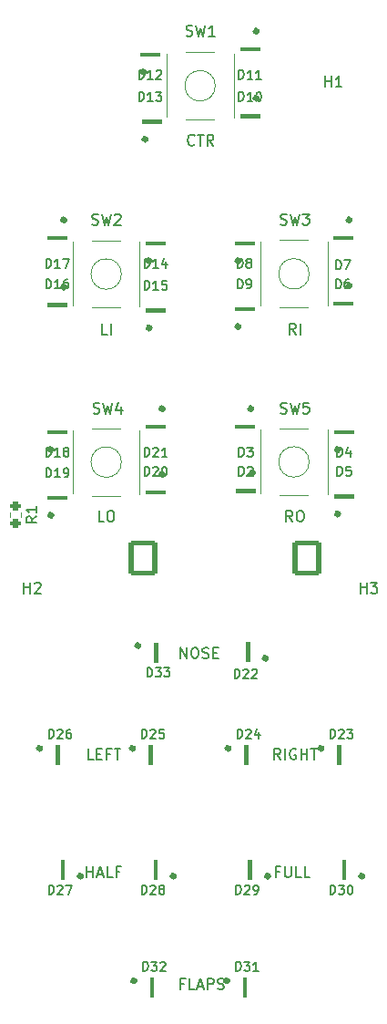
<source format=gbr>
%TF.GenerationSoftware,KiCad,Pcbnew,(6.0.9)*%
%TF.CreationDate,2023-01-27T20:48:09-09:00*%
%TF.ProjectId,JETT STATION SELECT,4a455454-2053-4544-9154-494f4e205345,rev?*%
%TF.SameCoordinates,Original*%
%TF.FileFunction,Legend,Top*%
%TF.FilePolarity,Positive*%
%FSLAX46Y46*%
G04 Gerber Fmt 4.6, Leading zero omitted, Abs format (unit mm)*
G04 Created by KiCad (PCBNEW (6.0.9)) date 2023-01-27 20:48:09*
%MOMM*%
%LPD*%
G01*
G04 APERTURE LIST*
G04 Aperture macros list*
%AMRoundRect*
0 Rectangle with rounded corners*
0 $1 Rounding radius*
0 $2 $3 $4 $5 $6 $7 $8 $9 X,Y pos of 4 corners*
0 Add a 4 corners polygon primitive as box body*
4,1,4,$2,$3,$4,$5,$6,$7,$8,$9,$2,$3,0*
0 Add four circle primitives for the rounded corners*
1,1,$1+$1,$2,$3*
1,1,$1+$1,$4,$5*
1,1,$1+$1,$6,$7*
1,1,$1+$1,$8,$9*
0 Add four rect primitives between the rounded corners*
20,1,$1+$1,$2,$3,$4,$5,0*
20,1,$1+$1,$4,$5,$6,$7,0*
20,1,$1+$1,$6,$7,$8,$9,0*
20,1,$1+$1,$8,$9,$2,$3,0*%
G04 Aperture macros list end*
%ADD10C,0.150000*%
%ADD11C,0.120000*%
%ADD12C,0.500000*%
%ADD13C,0.100000*%
%ADD14RoundRect,0.250001X1.099999X1.399999X-1.099999X1.399999X-1.099999X-1.399999X1.099999X-1.399999X0*%
%ADD15O,2.700000X3.300000*%
%ADD16R,1.800000X1.800000*%
%ADD17C,1.800000*%
%ADD18RoundRect,0.200000X0.275000X-0.200000X0.275000X0.200000X-0.275000X0.200000X-0.275000X-0.200000X0*%
%ADD19R,0.700000X0.700000*%
%ADD20C,1.700000*%
%ADD21O,1.700000X1.700000*%
%ADD22R,1.700000X1.700000*%
%ADD23C,2.500000*%
G04 APERTURE END LIST*
D10*
X148907708Y-142898820D02*
X148574375Y-142898820D01*
X148574375Y-143422629D02*
X148574375Y-142422629D01*
X149050565Y-142422629D01*
X149907708Y-143422629D02*
X149431517Y-143422629D01*
X149431517Y-142422629D01*
X150193422Y-143136915D02*
X150669613Y-143136915D01*
X150098184Y-143422629D02*
X150431517Y-142422629D01*
X150764851Y-143422629D01*
X151098184Y-143422629D02*
X151098184Y-142422629D01*
X151479136Y-142422629D01*
X151574375Y-142470249D01*
X151621994Y-142517868D01*
X151669613Y-142613106D01*
X151669613Y-142755963D01*
X151621994Y-142851201D01*
X151574375Y-142898820D01*
X151479136Y-142946439D01*
X151098184Y-142946439D01*
X152050565Y-143375010D02*
X152193422Y-143422629D01*
X152431517Y-143422629D01*
X152526755Y-143375010D01*
X152574375Y-143327391D01*
X152621994Y-143232153D01*
X152621994Y-143136915D01*
X152574375Y-143041677D01*
X152526755Y-142994058D01*
X152431517Y-142946439D01*
X152241041Y-142898820D01*
X152145803Y-142851201D01*
X152098184Y-142803582D01*
X152050565Y-142708344D01*
X152050565Y-142613106D01*
X152098184Y-142517868D01*
X152145803Y-142470249D01*
X152241041Y-142422629D01*
X152479136Y-142422629D01*
X152621994Y-142470249D01*
X157765898Y-132484820D02*
X157432565Y-132484820D01*
X157432565Y-133008629D02*
X157432565Y-132008629D01*
X157908755Y-132008629D01*
X158289708Y-132008629D02*
X158289708Y-132818153D01*
X158337327Y-132913391D01*
X158384946Y-132961010D01*
X158480184Y-133008629D01*
X158670660Y-133008629D01*
X158765898Y-132961010D01*
X158813517Y-132913391D01*
X158861136Y-132818153D01*
X158861136Y-132008629D01*
X159813517Y-133008629D02*
X159337327Y-133008629D01*
X159337327Y-132008629D01*
X160623041Y-133008629D02*
X160146851Y-133008629D01*
X160146851Y-132008629D01*
X139882755Y-133008629D02*
X139882755Y-132008629D01*
X139882755Y-132484820D02*
X140454184Y-132484820D01*
X140454184Y-133008629D02*
X140454184Y-132008629D01*
X140882755Y-132722915D02*
X141358946Y-132722915D01*
X140787517Y-133008629D02*
X141120851Y-132008629D01*
X141454184Y-133008629D01*
X142263708Y-133008629D02*
X141787517Y-133008629D01*
X141787517Y-132008629D01*
X142930375Y-132484820D02*
X142597041Y-132484820D01*
X142597041Y-133008629D02*
X142597041Y-132008629D01*
X143073232Y-132008629D01*
X157877041Y-122086629D02*
X157543708Y-121610439D01*
X157305613Y-122086629D02*
X157305613Y-121086629D01*
X157686565Y-121086629D01*
X157781803Y-121134249D01*
X157829422Y-121181868D01*
X157877041Y-121277106D01*
X157877041Y-121419963D01*
X157829422Y-121515201D01*
X157781803Y-121562820D01*
X157686565Y-121610439D01*
X157305613Y-121610439D01*
X158305613Y-122086629D02*
X158305613Y-121086629D01*
X159305613Y-121134249D02*
X159210375Y-121086629D01*
X159067517Y-121086629D01*
X158924660Y-121134249D01*
X158829422Y-121229487D01*
X158781803Y-121324725D01*
X158734184Y-121515201D01*
X158734184Y-121658058D01*
X158781803Y-121848534D01*
X158829422Y-121943772D01*
X158924660Y-122039010D01*
X159067517Y-122086629D01*
X159162755Y-122086629D01*
X159305613Y-122039010D01*
X159353232Y-121991391D01*
X159353232Y-121658058D01*
X159162755Y-121658058D01*
X159781803Y-122086629D02*
X159781803Y-121086629D01*
X159781803Y-121562820D02*
X160353232Y-121562820D01*
X160353232Y-122086629D02*
X160353232Y-121086629D01*
X160686565Y-121086629D02*
X161257994Y-121086629D01*
X160972279Y-122086629D02*
X160972279Y-121086629D01*
X140477994Y-122086629D02*
X140001803Y-122086629D01*
X140001803Y-121086629D01*
X140811327Y-121562820D02*
X141144660Y-121562820D01*
X141287517Y-122086629D02*
X140811327Y-122086629D01*
X140811327Y-121086629D01*
X141287517Y-121086629D01*
X142049422Y-121562820D02*
X141716089Y-121562820D01*
X141716089Y-122086629D02*
X141716089Y-121086629D01*
X142192279Y-121086629D01*
X142430375Y-121086629D02*
X143001803Y-121086629D01*
X142716089Y-122086629D02*
X142716089Y-121086629D01*
X148582279Y-112688629D02*
X148582279Y-111688629D01*
X149153708Y-112688629D01*
X149153708Y-111688629D01*
X149820375Y-111688629D02*
X150010851Y-111688629D01*
X150106089Y-111736249D01*
X150201327Y-111831487D01*
X150248946Y-112021963D01*
X150248946Y-112355296D01*
X150201327Y-112545772D01*
X150106089Y-112641010D01*
X150010851Y-112688629D01*
X149820375Y-112688629D01*
X149725136Y-112641010D01*
X149629898Y-112545772D01*
X149582279Y-112355296D01*
X149582279Y-112021963D01*
X149629898Y-111831487D01*
X149725136Y-111736249D01*
X149820375Y-111688629D01*
X150629898Y-112641010D02*
X150772755Y-112688629D01*
X151010851Y-112688629D01*
X151106089Y-112641010D01*
X151153708Y-112593391D01*
X151201327Y-112498153D01*
X151201327Y-112402915D01*
X151153708Y-112307677D01*
X151106089Y-112260058D01*
X151010851Y-112212439D01*
X150820375Y-112164820D01*
X150725136Y-112117201D01*
X150677517Y-112069582D01*
X150629898Y-111974344D01*
X150629898Y-111879106D01*
X150677517Y-111783868D01*
X150725136Y-111736249D01*
X150820375Y-111688629D01*
X151058470Y-111688629D01*
X151201327Y-111736249D01*
X151629898Y-112164820D02*
X151963232Y-112164820D01*
X152106089Y-112688629D02*
X151629898Y-112688629D01*
X151629898Y-111688629D01*
X152106089Y-111688629D01*
%TO.C,R1*%
X135215255Y-99512415D02*
X134739065Y-99845749D01*
X135215255Y-100083844D02*
X134215255Y-100083844D01*
X134215255Y-99702891D01*
X134262875Y-99607653D01*
X134310494Y-99560034D01*
X134405732Y-99512415D01*
X134548589Y-99512415D01*
X134643827Y-99560034D01*
X134691446Y-99607653D01*
X134739065Y-99702891D01*
X134739065Y-100083844D01*
X135215255Y-98560034D02*
X135215255Y-99131463D01*
X135215255Y-98845749D02*
X134215255Y-98845749D01*
X134358113Y-98940987D01*
X134453351Y-99036225D01*
X134500970Y-99131463D01*
%TO.C,D33*%
X145478232Y-114398772D02*
X145478232Y-113548772D01*
X145680613Y-113548772D01*
X145802041Y-113589249D01*
X145882994Y-113670201D01*
X145923470Y-113751153D01*
X145963946Y-113913058D01*
X145963946Y-114034487D01*
X145923470Y-114196391D01*
X145882994Y-114277344D01*
X145802041Y-114358296D01*
X145680613Y-114398772D01*
X145478232Y-114398772D01*
X146247279Y-113548772D02*
X146773470Y-113548772D01*
X146490136Y-113872582D01*
X146611565Y-113872582D01*
X146692517Y-113913058D01*
X146732994Y-113953534D01*
X146773470Y-114034487D01*
X146773470Y-114236868D01*
X146732994Y-114317820D01*
X146692517Y-114358296D01*
X146611565Y-114398772D01*
X146368708Y-114398772D01*
X146287755Y-114358296D01*
X146247279Y-114317820D01*
X147056803Y-113548772D02*
X147582994Y-113548772D01*
X147299660Y-113872582D01*
X147421089Y-113872582D01*
X147502041Y-113913058D01*
X147542517Y-113953534D01*
X147582994Y-114034487D01*
X147582994Y-114236868D01*
X147542517Y-114317820D01*
X147502041Y-114358296D01*
X147421089Y-114398772D01*
X147178232Y-114398772D01*
X147097279Y-114358296D01*
X147056803Y-114317820D01*
%TO.C,D32*%
X145097232Y-141703772D02*
X145097232Y-140853772D01*
X145299613Y-140853772D01*
X145421041Y-140894249D01*
X145501994Y-140975201D01*
X145542470Y-141056153D01*
X145582946Y-141218058D01*
X145582946Y-141339487D01*
X145542470Y-141501391D01*
X145501994Y-141582344D01*
X145421041Y-141663296D01*
X145299613Y-141703772D01*
X145097232Y-141703772D01*
X145866279Y-140853772D02*
X146392470Y-140853772D01*
X146109136Y-141177582D01*
X146230565Y-141177582D01*
X146311517Y-141218058D01*
X146351994Y-141258534D01*
X146392470Y-141339487D01*
X146392470Y-141541868D01*
X146351994Y-141622820D01*
X146311517Y-141663296D01*
X146230565Y-141703772D01*
X145987708Y-141703772D01*
X145906755Y-141663296D01*
X145866279Y-141622820D01*
X146716279Y-140934725D02*
X146756755Y-140894249D01*
X146837708Y-140853772D01*
X147040089Y-140853772D01*
X147121041Y-140894249D01*
X147161517Y-140934725D01*
X147201994Y-141015677D01*
X147201994Y-141096629D01*
X147161517Y-141218058D01*
X146675803Y-141703772D01*
X147201994Y-141703772D01*
%TO.C,D31*%
X153733232Y-141703772D02*
X153733232Y-140853772D01*
X153935613Y-140853772D01*
X154057041Y-140894249D01*
X154137994Y-140975201D01*
X154178470Y-141056153D01*
X154218946Y-141218058D01*
X154218946Y-141339487D01*
X154178470Y-141501391D01*
X154137994Y-141582344D01*
X154057041Y-141663296D01*
X153935613Y-141703772D01*
X153733232Y-141703772D01*
X154502279Y-140853772D02*
X155028470Y-140853772D01*
X154745136Y-141177582D01*
X154866565Y-141177582D01*
X154947517Y-141218058D01*
X154987994Y-141258534D01*
X155028470Y-141339487D01*
X155028470Y-141541868D01*
X154987994Y-141622820D01*
X154947517Y-141663296D01*
X154866565Y-141703772D01*
X154623708Y-141703772D01*
X154542755Y-141663296D01*
X154502279Y-141622820D01*
X155837994Y-141703772D02*
X155352279Y-141703772D01*
X155595136Y-141703772D02*
X155595136Y-140853772D01*
X155514184Y-140975201D01*
X155433232Y-141056153D01*
X155352279Y-141096629D01*
%TO.C,D30*%
X162496232Y-134591772D02*
X162496232Y-133741772D01*
X162698613Y-133741772D01*
X162820041Y-133782249D01*
X162900994Y-133863201D01*
X162941470Y-133944153D01*
X162981946Y-134106058D01*
X162981946Y-134227487D01*
X162941470Y-134389391D01*
X162900994Y-134470344D01*
X162820041Y-134551296D01*
X162698613Y-134591772D01*
X162496232Y-134591772D01*
X163265279Y-133741772D02*
X163791470Y-133741772D01*
X163508136Y-134065582D01*
X163629565Y-134065582D01*
X163710517Y-134106058D01*
X163750994Y-134146534D01*
X163791470Y-134227487D01*
X163791470Y-134429868D01*
X163750994Y-134510820D01*
X163710517Y-134551296D01*
X163629565Y-134591772D01*
X163386708Y-134591772D01*
X163305755Y-134551296D01*
X163265279Y-134510820D01*
X164317660Y-133741772D02*
X164398613Y-133741772D01*
X164479565Y-133782249D01*
X164520041Y-133822725D01*
X164560517Y-133903677D01*
X164600994Y-134065582D01*
X164600994Y-134267963D01*
X164560517Y-134429868D01*
X164520041Y-134510820D01*
X164479565Y-134551296D01*
X164398613Y-134591772D01*
X164317660Y-134591772D01*
X164236708Y-134551296D01*
X164196232Y-134510820D01*
X164155755Y-134429868D01*
X164115279Y-134267963D01*
X164115279Y-134065582D01*
X164155755Y-133903677D01*
X164196232Y-133822725D01*
X164236708Y-133782249D01*
X164317660Y-133741772D01*
%TO.C,D29*%
X153733232Y-134591772D02*
X153733232Y-133741772D01*
X153935613Y-133741772D01*
X154057041Y-133782249D01*
X154137994Y-133863201D01*
X154178470Y-133944153D01*
X154218946Y-134106058D01*
X154218946Y-134227487D01*
X154178470Y-134389391D01*
X154137994Y-134470344D01*
X154057041Y-134551296D01*
X153935613Y-134591772D01*
X153733232Y-134591772D01*
X154542755Y-133822725D02*
X154583232Y-133782249D01*
X154664184Y-133741772D01*
X154866565Y-133741772D01*
X154947517Y-133782249D01*
X154987994Y-133822725D01*
X155028470Y-133903677D01*
X155028470Y-133984629D01*
X154987994Y-134106058D01*
X154502279Y-134591772D01*
X155028470Y-134591772D01*
X155433232Y-134591772D02*
X155595136Y-134591772D01*
X155676089Y-134551296D01*
X155716565Y-134510820D01*
X155797517Y-134389391D01*
X155837994Y-134227487D01*
X155837994Y-133903677D01*
X155797517Y-133822725D01*
X155757041Y-133782249D01*
X155676089Y-133741772D01*
X155514184Y-133741772D01*
X155433232Y-133782249D01*
X155392755Y-133822725D01*
X155352279Y-133903677D01*
X155352279Y-134106058D01*
X155392755Y-134187010D01*
X155433232Y-134227487D01*
X155514184Y-134267963D01*
X155676089Y-134267963D01*
X155757041Y-134227487D01*
X155797517Y-134187010D01*
X155837994Y-134106058D01*
%TO.C,D28*%
X144970232Y-134591772D02*
X144970232Y-133741772D01*
X145172613Y-133741772D01*
X145294041Y-133782249D01*
X145374994Y-133863201D01*
X145415470Y-133944153D01*
X145455946Y-134106058D01*
X145455946Y-134227487D01*
X145415470Y-134389391D01*
X145374994Y-134470344D01*
X145294041Y-134551296D01*
X145172613Y-134591772D01*
X144970232Y-134591772D01*
X145779755Y-133822725D02*
X145820232Y-133782249D01*
X145901184Y-133741772D01*
X146103565Y-133741772D01*
X146184517Y-133782249D01*
X146224994Y-133822725D01*
X146265470Y-133903677D01*
X146265470Y-133984629D01*
X146224994Y-134106058D01*
X145739279Y-134591772D01*
X146265470Y-134591772D01*
X146751184Y-134106058D02*
X146670232Y-134065582D01*
X146629755Y-134025106D01*
X146589279Y-133944153D01*
X146589279Y-133903677D01*
X146629755Y-133822725D01*
X146670232Y-133782249D01*
X146751184Y-133741772D01*
X146913089Y-133741772D01*
X146994041Y-133782249D01*
X147034517Y-133822725D01*
X147074994Y-133903677D01*
X147074994Y-133944153D01*
X147034517Y-134025106D01*
X146994041Y-134065582D01*
X146913089Y-134106058D01*
X146751184Y-134106058D01*
X146670232Y-134146534D01*
X146629755Y-134187010D01*
X146589279Y-134267963D01*
X146589279Y-134429868D01*
X146629755Y-134510820D01*
X146670232Y-134551296D01*
X146751184Y-134591772D01*
X146913089Y-134591772D01*
X146994041Y-134551296D01*
X147034517Y-134510820D01*
X147074994Y-134429868D01*
X147074994Y-134267963D01*
X147034517Y-134187010D01*
X146994041Y-134146534D01*
X146913089Y-134106058D01*
%TO.C,D27*%
X136334232Y-134591772D02*
X136334232Y-133741772D01*
X136536613Y-133741772D01*
X136658041Y-133782249D01*
X136738994Y-133863201D01*
X136779470Y-133944153D01*
X136819946Y-134106058D01*
X136819946Y-134227487D01*
X136779470Y-134389391D01*
X136738994Y-134470344D01*
X136658041Y-134551296D01*
X136536613Y-134591772D01*
X136334232Y-134591772D01*
X137143755Y-133822725D02*
X137184232Y-133782249D01*
X137265184Y-133741772D01*
X137467565Y-133741772D01*
X137548517Y-133782249D01*
X137588994Y-133822725D01*
X137629470Y-133903677D01*
X137629470Y-133984629D01*
X137588994Y-134106058D01*
X137103279Y-134591772D01*
X137629470Y-134591772D01*
X137912803Y-133741772D02*
X138479470Y-133741772D01*
X138115184Y-134591772D01*
%TO.C,D26*%
X136334232Y-120113772D02*
X136334232Y-119263772D01*
X136536613Y-119263772D01*
X136658041Y-119304249D01*
X136738994Y-119385201D01*
X136779470Y-119466153D01*
X136819946Y-119628058D01*
X136819946Y-119749487D01*
X136779470Y-119911391D01*
X136738994Y-119992344D01*
X136658041Y-120073296D01*
X136536613Y-120113772D01*
X136334232Y-120113772D01*
X137143755Y-119344725D02*
X137184232Y-119304249D01*
X137265184Y-119263772D01*
X137467565Y-119263772D01*
X137548517Y-119304249D01*
X137588994Y-119344725D01*
X137629470Y-119425677D01*
X137629470Y-119506629D01*
X137588994Y-119628058D01*
X137103279Y-120113772D01*
X137629470Y-120113772D01*
X138358041Y-119263772D02*
X138196136Y-119263772D01*
X138115184Y-119304249D01*
X138074708Y-119344725D01*
X137993755Y-119466153D01*
X137953279Y-119628058D01*
X137953279Y-119951868D01*
X137993755Y-120032820D01*
X138034232Y-120073296D01*
X138115184Y-120113772D01*
X138277089Y-120113772D01*
X138358041Y-120073296D01*
X138398517Y-120032820D01*
X138438994Y-119951868D01*
X138438994Y-119749487D01*
X138398517Y-119668534D01*
X138358041Y-119628058D01*
X138277089Y-119587582D01*
X138115184Y-119587582D01*
X138034232Y-119628058D01*
X137993755Y-119668534D01*
X137953279Y-119749487D01*
%TO.C,D25*%
X144970232Y-120113772D02*
X144970232Y-119263772D01*
X145172613Y-119263772D01*
X145294041Y-119304249D01*
X145374994Y-119385201D01*
X145415470Y-119466153D01*
X145455946Y-119628058D01*
X145455946Y-119749487D01*
X145415470Y-119911391D01*
X145374994Y-119992344D01*
X145294041Y-120073296D01*
X145172613Y-120113772D01*
X144970232Y-120113772D01*
X145779755Y-119344725D02*
X145820232Y-119304249D01*
X145901184Y-119263772D01*
X146103565Y-119263772D01*
X146184517Y-119304249D01*
X146224994Y-119344725D01*
X146265470Y-119425677D01*
X146265470Y-119506629D01*
X146224994Y-119628058D01*
X145739279Y-120113772D01*
X146265470Y-120113772D01*
X147034517Y-119263772D02*
X146629755Y-119263772D01*
X146589279Y-119668534D01*
X146629755Y-119628058D01*
X146710708Y-119587582D01*
X146913089Y-119587582D01*
X146994041Y-119628058D01*
X147034517Y-119668534D01*
X147074994Y-119749487D01*
X147074994Y-119951868D01*
X147034517Y-120032820D01*
X146994041Y-120073296D01*
X146913089Y-120113772D01*
X146710708Y-120113772D01*
X146629755Y-120073296D01*
X146589279Y-120032820D01*
%TO.C,D24*%
X153860232Y-120113772D02*
X153860232Y-119263772D01*
X154062613Y-119263772D01*
X154184041Y-119304249D01*
X154264994Y-119385201D01*
X154305470Y-119466153D01*
X154345946Y-119628058D01*
X154345946Y-119749487D01*
X154305470Y-119911391D01*
X154264994Y-119992344D01*
X154184041Y-120073296D01*
X154062613Y-120113772D01*
X153860232Y-120113772D01*
X154669755Y-119344725D02*
X154710232Y-119304249D01*
X154791184Y-119263772D01*
X154993565Y-119263772D01*
X155074517Y-119304249D01*
X155114994Y-119344725D01*
X155155470Y-119425677D01*
X155155470Y-119506629D01*
X155114994Y-119628058D01*
X154629279Y-120113772D01*
X155155470Y-120113772D01*
X155884041Y-119547106D02*
X155884041Y-120113772D01*
X155681660Y-119223296D02*
X155479279Y-119830439D01*
X156005470Y-119830439D01*
%TO.C,D23*%
X162496232Y-120113772D02*
X162496232Y-119263772D01*
X162698613Y-119263772D01*
X162820041Y-119304249D01*
X162900994Y-119385201D01*
X162941470Y-119466153D01*
X162981946Y-119628058D01*
X162981946Y-119749487D01*
X162941470Y-119911391D01*
X162900994Y-119992344D01*
X162820041Y-120073296D01*
X162698613Y-120113772D01*
X162496232Y-120113772D01*
X163305755Y-119344725D02*
X163346232Y-119304249D01*
X163427184Y-119263772D01*
X163629565Y-119263772D01*
X163710517Y-119304249D01*
X163750994Y-119344725D01*
X163791470Y-119425677D01*
X163791470Y-119506629D01*
X163750994Y-119628058D01*
X163265279Y-120113772D01*
X163791470Y-120113772D01*
X164074803Y-119263772D02*
X164600994Y-119263772D01*
X164317660Y-119587582D01*
X164439089Y-119587582D01*
X164520041Y-119628058D01*
X164560517Y-119668534D01*
X164600994Y-119749487D01*
X164600994Y-119951868D01*
X164560517Y-120032820D01*
X164520041Y-120073296D01*
X164439089Y-120113772D01*
X164196232Y-120113772D01*
X164115279Y-120073296D01*
X164074803Y-120032820D01*
%TO.C,D22*%
X153606232Y-114525772D02*
X153606232Y-113675772D01*
X153808613Y-113675772D01*
X153930041Y-113716249D01*
X154010994Y-113797201D01*
X154051470Y-113878153D01*
X154091946Y-114040058D01*
X154091946Y-114161487D01*
X154051470Y-114323391D01*
X154010994Y-114404344D01*
X153930041Y-114485296D01*
X153808613Y-114525772D01*
X153606232Y-114525772D01*
X154415755Y-113756725D02*
X154456232Y-113716249D01*
X154537184Y-113675772D01*
X154739565Y-113675772D01*
X154820517Y-113716249D01*
X154860994Y-113756725D01*
X154901470Y-113837677D01*
X154901470Y-113918629D01*
X154860994Y-114040058D01*
X154375279Y-114525772D01*
X154901470Y-114525772D01*
X155225279Y-113756725D02*
X155265755Y-113716249D01*
X155346708Y-113675772D01*
X155549089Y-113675772D01*
X155630041Y-113716249D01*
X155670517Y-113756725D01*
X155710994Y-113837677D01*
X155710994Y-113918629D01*
X155670517Y-114040058D01*
X155184803Y-114525772D01*
X155710994Y-114525772D01*
%TO.C,D21*%
X145224232Y-93951772D02*
X145224232Y-93101772D01*
X145426613Y-93101772D01*
X145548041Y-93142249D01*
X145628994Y-93223201D01*
X145669470Y-93304153D01*
X145709946Y-93466058D01*
X145709946Y-93587487D01*
X145669470Y-93749391D01*
X145628994Y-93830344D01*
X145548041Y-93911296D01*
X145426613Y-93951772D01*
X145224232Y-93951772D01*
X146033755Y-93182725D02*
X146074232Y-93142249D01*
X146155184Y-93101772D01*
X146357565Y-93101772D01*
X146438517Y-93142249D01*
X146478994Y-93182725D01*
X146519470Y-93263677D01*
X146519470Y-93344629D01*
X146478994Y-93466058D01*
X145993279Y-93951772D01*
X146519470Y-93951772D01*
X147328994Y-93951772D02*
X146843279Y-93951772D01*
X147086136Y-93951772D02*
X147086136Y-93101772D01*
X147005184Y-93223201D01*
X146924232Y-93304153D01*
X146843279Y-93344629D01*
%TO.C,D20*%
X145224232Y-95729772D02*
X145224232Y-94879772D01*
X145426613Y-94879772D01*
X145548041Y-94920249D01*
X145628994Y-95001201D01*
X145669470Y-95082153D01*
X145709946Y-95244058D01*
X145709946Y-95365487D01*
X145669470Y-95527391D01*
X145628994Y-95608344D01*
X145548041Y-95689296D01*
X145426613Y-95729772D01*
X145224232Y-95729772D01*
X146033755Y-94960725D02*
X146074232Y-94920249D01*
X146155184Y-94879772D01*
X146357565Y-94879772D01*
X146438517Y-94920249D01*
X146478994Y-94960725D01*
X146519470Y-95041677D01*
X146519470Y-95122629D01*
X146478994Y-95244058D01*
X145993279Y-95729772D01*
X146519470Y-95729772D01*
X147045660Y-94879772D02*
X147126613Y-94879772D01*
X147207565Y-94920249D01*
X147248041Y-94960725D01*
X147288517Y-95041677D01*
X147328994Y-95203582D01*
X147328994Y-95405963D01*
X147288517Y-95567868D01*
X147248041Y-95648820D01*
X147207565Y-95689296D01*
X147126613Y-95729772D01*
X147045660Y-95729772D01*
X146964708Y-95689296D01*
X146924232Y-95648820D01*
X146883755Y-95567868D01*
X146843279Y-95405963D01*
X146843279Y-95203582D01*
X146883755Y-95041677D01*
X146924232Y-94960725D01*
X146964708Y-94920249D01*
X147045660Y-94879772D01*
%TO.C,D19*%
X136080232Y-95856772D02*
X136080232Y-95006772D01*
X136282613Y-95006772D01*
X136404041Y-95047249D01*
X136484994Y-95128201D01*
X136525470Y-95209153D01*
X136565946Y-95371058D01*
X136565946Y-95492487D01*
X136525470Y-95654391D01*
X136484994Y-95735344D01*
X136404041Y-95816296D01*
X136282613Y-95856772D01*
X136080232Y-95856772D01*
X137375470Y-95856772D02*
X136889755Y-95856772D01*
X137132613Y-95856772D02*
X137132613Y-95006772D01*
X137051660Y-95128201D01*
X136970708Y-95209153D01*
X136889755Y-95249629D01*
X137780232Y-95856772D02*
X137942136Y-95856772D01*
X138023089Y-95816296D01*
X138063565Y-95775820D01*
X138144517Y-95654391D01*
X138184994Y-95492487D01*
X138184994Y-95168677D01*
X138144517Y-95087725D01*
X138104041Y-95047249D01*
X138023089Y-95006772D01*
X137861184Y-95006772D01*
X137780232Y-95047249D01*
X137739755Y-95087725D01*
X137699279Y-95168677D01*
X137699279Y-95371058D01*
X137739755Y-95452010D01*
X137780232Y-95492487D01*
X137861184Y-95532963D01*
X138023089Y-95532963D01*
X138104041Y-95492487D01*
X138144517Y-95452010D01*
X138184994Y-95371058D01*
%TO.C,D18*%
X136080232Y-93951772D02*
X136080232Y-93101772D01*
X136282613Y-93101772D01*
X136404041Y-93142249D01*
X136484994Y-93223201D01*
X136525470Y-93304153D01*
X136565946Y-93466058D01*
X136565946Y-93587487D01*
X136525470Y-93749391D01*
X136484994Y-93830344D01*
X136404041Y-93911296D01*
X136282613Y-93951772D01*
X136080232Y-93951772D01*
X137375470Y-93951772D02*
X136889755Y-93951772D01*
X137132613Y-93951772D02*
X137132613Y-93101772D01*
X137051660Y-93223201D01*
X136970708Y-93304153D01*
X136889755Y-93344629D01*
X137861184Y-93466058D02*
X137780232Y-93425582D01*
X137739755Y-93385106D01*
X137699279Y-93304153D01*
X137699279Y-93263677D01*
X137739755Y-93182725D01*
X137780232Y-93142249D01*
X137861184Y-93101772D01*
X138023089Y-93101772D01*
X138104041Y-93142249D01*
X138144517Y-93182725D01*
X138184994Y-93263677D01*
X138184994Y-93304153D01*
X138144517Y-93385106D01*
X138104041Y-93425582D01*
X138023089Y-93466058D01*
X137861184Y-93466058D01*
X137780232Y-93506534D01*
X137739755Y-93547010D01*
X137699279Y-93627963D01*
X137699279Y-93789868D01*
X137739755Y-93870820D01*
X137780232Y-93911296D01*
X137861184Y-93951772D01*
X138023089Y-93951772D01*
X138104041Y-93911296D01*
X138144517Y-93870820D01*
X138184994Y-93789868D01*
X138184994Y-93627963D01*
X138144517Y-93547010D01*
X138104041Y-93506534D01*
X138023089Y-93466058D01*
%TO.C,D17*%
X136080232Y-76425772D02*
X136080232Y-75575772D01*
X136282613Y-75575772D01*
X136404041Y-75616249D01*
X136484994Y-75697201D01*
X136525470Y-75778153D01*
X136565946Y-75940058D01*
X136565946Y-76061487D01*
X136525470Y-76223391D01*
X136484994Y-76304344D01*
X136404041Y-76385296D01*
X136282613Y-76425772D01*
X136080232Y-76425772D01*
X137375470Y-76425772D02*
X136889755Y-76425772D01*
X137132613Y-76425772D02*
X137132613Y-75575772D01*
X137051660Y-75697201D01*
X136970708Y-75778153D01*
X136889755Y-75818629D01*
X137658803Y-75575772D02*
X138225470Y-75575772D01*
X137861184Y-76425772D01*
%TO.C,D16*%
X136080232Y-78330772D02*
X136080232Y-77480772D01*
X136282613Y-77480772D01*
X136404041Y-77521249D01*
X136484994Y-77602201D01*
X136525470Y-77683153D01*
X136565946Y-77845058D01*
X136565946Y-77966487D01*
X136525470Y-78128391D01*
X136484994Y-78209344D01*
X136404041Y-78290296D01*
X136282613Y-78330772D01*
X136080232Y-78330772D01*
X137375470Y-78330772D02*
X136889755Y-78330772D01*
X137132613Y-78330772D02*
X137132613Y-77480772D01*
X137051660Y-77602201D01*
X136970708Y-77683153D01*
X136889755Y-77723629D01*
X138104041Y-77480772D02*
X137942136Y-77480772D01*
X137861184Y-77521249D01*
X137820708Y-77561725D01*
X137739755Y-77683153D01*
X137699279Y-77845058D01*
X137699279Y-78168868D01*
X137739755Y-78249820D01*
X137780232Y-78290296D01*
X137861184Y-78330772D01*
X138023089Y-78330772D01*
X138104041Y-78290296D01*
X138144517Y-78249820D01*
X138184994Y-78168868D01*
X138184994Y-77966487D01*
X138144517Y-77885534D01*
X138104041Y-77845058D01*
X138023089Y-77804582D01*
X137861184Y-77804582D01*
X137780232Y-77845058D01*
X137739755Y-77885534D01*
X137699279Y-77966487D01*
%TO.C,D15*%
X145224232Y-78457772D02*
X145224232Y-77607772D01*
X145426613Y-77607772D01*
X145548041Y-77648249D01*
X145628994Y-77729201D01*
X145669470Y-77810153D01*
X145709946Y-77972058D01*
X145709946Y-78093487D01*
X145669470Y-78255391D01*
X145628994Y-78336344D01*
X145548041Y-78417296D01*
X145426613Y-78457772D01*
X145224232Y-78457772D01*
X146519470Y-78457772D02*
X146033755Y-78457772D01*
X146276613Y-78457772D02*
X146276613Y-77607772D01*
X146195660Y-77729201D01*
X146114708Y-77810153D01*
X146033755Y-77850629D01*
X147288517Y-77607772D02*
X146883755Y-77607772D01*
X146843279Y-78012534D01*
X146883755Y-77972058D01*
X146964708Y-77931582D01*
X147167089Y-77931582D01*
X147248041Y-77972058D01*
X147288517Y-78012534D01*
X147328994Y-78093487D01*
X147328994Y-78295868D01*
X147288517Y-78376820D01*
X147248041Y-78417296D01*
X147167089Y-78457772D01*
X146964708Y-78457772D01*
X146883755Y-78417296D01*
X146843279Y-78376820D01*
%TO.C,D14*%
X145224232Y-76425772D02*
X145224232Y-75575772D01*
X145426613Y-75575772D01*
X145548041Y-75616249D01*
X145628994Y-75697201D01*
X145669470Y-75778153D01*
X145709946Y-75940058D01*
X145709946Y-76061487D01*
X145669470Y-76223391D01*
X145628994Y-76304344D01*
X145548041Y-76385296D01*
X145426613Y-76425772D01*
X145224232Y-76425772D01*
X146519470Y-76425772D02*
X146033755Y-76425772D01*
X146276613Y-76425772D02*
X146276613Y-75575772D01*
X146195660Y-75697201D01*
X146114708Y-75778153D01*
X146033755Y-75818629D01*
X147248041Y-75859106D02*
X147248041Y-76425772D01*
X147045660Y-75535296D02*
X146843279Y-76142439D01*
X147369470Y-76142439D01*
%TO.C,D13*%
X144716232Y-60931772D02*
X144716232Y-60081772D01*
X144918613Y-60081772D01*
X145040041Y-60122249D01*
X145120994Y-60203201D01*
X145161470Y-60284153D01*
X145201946Y-60446058D01*
X145201946Y-60567487D01*
X145161470Y-60729391D01*
X145120994Y-60810344D01*
X145040041Y-60891296D01*
X144918613Y-60931772D01*
X144716232Y-60931772D01*
X146011470Y-60931772D02*
X145525755Y-60931772D01*
X145768613Y-60931772D02*
X145768613Y-60081772D01*
X145687660Y-60203201D01*
X145606708Y-60284153D01*
X145525755Y-60324629D01*
X146294803Y-60081772D02*
X146820994Y-60081772D01*
X146537660Y-60405582D01*
X146659089Y-60405582D01*
X146740041Y-60446058D01*
X146780517Y-60486534D01*
X146820994Y-60567487D01*
X146820994Y-60769868D01*
X146780517Y-60850820D01*
X146740041Y-60891296D01*
X146659089Y-60931772D01*
X146416232Y-60931772D01*
X146335279Y-60891296D01*
X146294803Y-60850820D01*
%TO.C,D12*%
X144716232Y-58899772D02*
X144716232Y-58049772D01*
X144918613Y-58049772D01*
X145040041Y-58090249D01*
X145120994Y-58171201D01*
X145161470Y-58252153D01*
X145201946Y-58414058D01*
X145201946Y-58535487D01*
X145161470Y-58697391D01*
X145120994Y-58778344D01*
X145040041Y-58859296D01*
X144918613Y-58899772D01*
X144716232Y-58899772D01*
X146011470Y-58899772D02*
X145525755Y-58899772D01*
X145768613Y-58899772D02*
X145768613Y-58049772D01*
X145687660Y-58171201D01*
X145606708Y-58252153D01*
X145525755Y-58292629D01*
X146335279Y-58130725D02*
X146375755Y-58090249D01*
X146456708Y-58049772D01*
X146659089Y-58049772D01*
X146740041Y-58090249D01*
X146780517Y-58130725D01*
X146820994Y-58211677D01*
X146820994Y-58292629D01*
X146780517Y-58414058D01*
X146294803Y-58899772D01*
X146820994Y-58899772D01*
%TO.C,D11*%
X153987232Y-58899772D02*
X153987232Y-58049772D01*
X154189613Y-58049772D01*
X154311041Y-58090249D01*
X154391994Y-58171201D01*
X154432470Y-58252153D01*
X154472946Y-58414058D01*
X154472946Y-58535487D01*
X154432470Y-58697391D01*
X154391994Y-58778344D01*
X154311041Y-58859296D01*
X154189613Y-58899772D01*
X153987232Y-58899772D01*
X155282470Y-58899772D02*
X154796755Y-58899772D01*
X155039613Y-58899772D02*
X155039613Y-58049772D01*
X154958660Y-58171201D01*
X154877708Y-58252153D01*
X154796755Y-58292629D01*
X156091994Y-58899772D02*
X155606279Y-58899772D01*
X155849136Y-58899772D02*
X155849136Y-58049772D01*
X155768184Y-58171201D01*
X155687232Y-58252153D01*
X155606279Y-58292629D01*
%TO.C,D10*%
X153987232Y-60931772D02*
X153987232Y-60081772D01*
X154189613Y-60081772D01*
X154311041Y-60122249D01*
X154391994Y-60203201D01*
X154432470Y-60284153D01*
X154472946Y-60446058D01*
X154472946Y-60567487D01*
X154432470Y-60729391D01*
X154391994Y-60810344D01*
X154311041Y-60891296D01*
X154189613Y-60931772D01*
X153987232Y-60931772D01*
X155282470Y-60931772D02*
X154796755Y-60931772D01*
X155039613Y-60931772D02*
X155039613Y-60081772D01*
X154958660Y-60203201D01*
X154877708Y-60284153D01*
X154796755Y-60324629D01*
X155808660Y-60081772D02*
X155889613Y-60081772D01*
X155970565Y-60122249D01*
X156011041Y-60162725D01*
X156051517Y-60243677D01*
X156091994Y-60405582D01*
X156091994Y-60607963D01*
X156051517Y-60769868D01*
X156011041Y-60850820D01*
X155970565Y-60891296D01*
X155889613Y-60931772D01*
X155808660Y-60931772D01*
X155727708Y-60891296D01*
X155687232Y-60850820D01*
X155646755Y-60769868D01*
X155606279Y-60607963D01*
X155606279Y-60405582D01*
X155646755Y-60243677D01*
X155687232Y-60162725D01*
X155727708Y-60122249D01*
X155808660Y-60081772D01*
%TO.C,D9*%
X153883994Y-78330772D02*
X153883994Y-77480772D01*
X154086375Y-77480772D01*
X154207803Y-77521249D01*
X154288755Y-77602201D01*
X154329232Y-77683153D01*
X154369708Y-77845058D01*
X154369708Y-77966487D01*
X154329232Y-78128391D01*
X154288755Y-78209344D01*
X154207803Y-78290296D01*
X154086375Y-78330772D01*
X153883994Y-78330772D01*
X154774470Y-78330772D02*
X154936375Y-78330772D01*
X155017327Y-78290296D01*
X155057803Y-78249820D01*
X155138755Y-78128391D01*
X155179232Y-77966487D01*
X155179232Y-77642677D01*
X155138755Y-77561725D01*
X155098279Y-77521249D01*
X155017327Y-77480772D01*
X154855422Y-77480772D01*
X154774470Y-77521249D01*
X154733994Y-77561725D01*
X154693517Y-77642677D01*
X154693517Y-77845058D01*
X154733994Y-77926010D01*
X154774470Y-77966487D01*
X154855422Y-78006963D01*
X155017327Y-78006963D01*
X155098279Y-77966487D01*
X155138755Y-77926010D01*
X155179232Y-77845058D01*
%TO.C,D8*%
X153883994Y-76425772D02*
X153883994Y-75575772D01*
X154086375Y-75575772D01*
X154207803Y-75616249D01*
X154288755Y-75697201D01*
X154329232Y-75778153D01*
X154369708Y-75940058D01*
X154369708Y-76061487D01*
X154329232Y-76223391D01*
X154288755Y-76304344D01*
X154207803Y-76385296D01*
X154086375Y-76425772D01*
X153883994Y-76425772D01*
X154855422Y-75940058D02*
X154774470Y-75899582D01*
X154733994Y-75859106D01*
X154693517Y-75778153D01*
X154693517Y-75737677D01*
X154733994Y-75656725D01*
X154774470Y-75616249D01*
X154855422Y-75575772D01*
X155017327Y-75575772D01*
X155098279Y-75616249D01*
X155138755Y-75656725D01*
X155179232Y-75737677D01*
X155179232Y-75778153D01*
X155138755Y-75859106D01*
X155098279Y-75899582D01*
X155017327Y-75940058D01*
X154855422Y-75940058D01*
X154774470Y-75980534D01*
X154733994Y-76021010D01*
X154693517Y-76101963D01*
X154693517Y-76263868D01*
X154733994Y-76344820D01*
X154774470Y-76385296D01*
X154855422Y-76425772D01*
X155017327Y-76425772D01*
X155098279Y-76385296D01*
X155138755Y-76344820D01*
X155179232Y-76263868D01*
X155179232Y-76101963D01*
X155138755Y-76021010D01*
X155098279Y-75980534D01*
X155017327Y-75940058D01*
%TO.C,D7*%
X163027994Y-76552772D02*
X163027994Y-75702772D01*
X163230375Y-75702772D01*
X163351803Y-75743249D01*
X163432755Y-75824201D01*
X163473232Y-75905153D01*
X163513708Y-76067058D01*
X163513708Y-76188487D01*
X163473232Y-76350391D01*
X163432755Y-76431344D01*
X163351803Y-76512296D01*
X163230375Y-76552772D01*
X163027994Y-76552772D01*
X163797041Y-75702772D02*
X164363708Y-75702772D01*
X163999422Y-76552772D01*
%TO.C,D6*%
X163027994Y-78330772D02*
X163027994Y-77480772D01*
X163230375Y-77480772D01*
X163351803Y-77521249D01*
X163432755Y-77602201D01*
X163473232Y-77683153D01*
X163513708Y-77845058D01*
X163513708Y-77966487D01*
X163473232Y-78128391D01*
X163432755Y-78209344D01*
X163351803Y-78290296D01*
X163230375Y-78330772D01*
X163027994Y-78330772D01*
X164242279Y-77480772D02*
X164080375Y-77480772D01*
X163999422Y-77521249D01*
X163958946Y-77561725D01*
X163877994Y-77683153D01*
X163837517Y-77845058D01*
X163837517Y-78168868D01*
X163877994Y-78249820D01*
X163918470Y-78290296D01*
X163999422Y-78330772D01*
X164161327Y-78330772D01*
X164242279Y-78290296D01*
X164282755Y-78249820D01*
X164323232Y-78168868D01*
X164323232Y-77966487D01*
X164282755Y-77885534D01*
X164242279Y-77845058D01*
X164161327Y-77804582D01*
X163999422Y-77804582D01*
X163918470Y-77845058D01*
X163877994Y-77885534D01*
X163837517Y-77966487D01*
%TO.C,D5*%
X163154994Y-95729772D02*
X163154994Y-94879772D01*
X163357375Y-94879772D01*
X163478803Y-94920249D01*
X163559755Y-95001201D01*
X163600232Y-95082153D01*
X163640708Y-95244058D01*
X163640708Y-95365487D01*
X163600232Y-95527391D01*
X163559755Y-95608344D01*
X163478803Y-95689296D01*
X163357375Y-95729772D01*
X163154994Y-95729772D01*
X164409755Y-94879772D02*
X164004994Y-94879772D01*
X163964517Y-95284534D01*
X164004994Y-95244058D01*
X164085946Y-95203582D01*
X164288327Y-95203582D01*
X164369279Y-95244058D01*
X164409755Y-95284534D01*
X164450232Y-95365487D01*
X164450232Y-95567868D01*
X164409755Y-95648820D01*
X164369279Y-95689296D01*
X164288327Y-95729772D01*
X164085946Y-95729772D01*
X164004994Y-95689296D01*
X163964517Y-95648820D01*
%TO.C,D4*%
X163154994Y-93951772D02*
X163154994Y-93101772D01*
X163357375Y-93101772D01*
X163478803Y-93142249D01*
X163559755Y-93223201D01*
X163600232Y-93304153D01*
X163640708Y-93466058D01*
X163640708Y-93587487D01*
X163600232Y-93749391D01*
X163559755Y-93830344D01*
X163478803Y-93911296D01*
X163357375Y-93951772D01*
X163154994Y-93951772D01*
X164369279Y-93385106D02*
X164369279Y-93951772D01*
X164166898Y-93061296D02*
X163964517Y-93668439D01*
X164490708Y-93668439D01*
%TO.C,D3*%
X154010994Y-93951772D02*
X154010994Y-93101772D01*
X154213375Y-93101772D01*
X154334803Y-93142249D01*
X154415755Y-93223201D01*
X154456232Y-93304153D01*
X154496708Y-93466058D01*
X154496708Y-93587487D01*
X154456232Y-93749391D01*
X154415755Y-93830344D01*
X154334803Y-93911296D01*
X154213375Y-93951772D01*
X154010994Y-93951772D01*
X154780041Y-93101772D02*
X155306232Y-93101772D01*
X155022898Y-93425582D01*
X155144327Y-93425582D01*
X155225279Y-93466058D01*
X155265755Y-93506534D01*
X155306232Y-93587487D01*
X155306232Y-93789868D01*
X155265755Y-93870820D01*
X155225279Y-93911296D01*
X155144327Y-93951772D01*
X154901470Y-93951772D01*
X154820517Y-93911296D01*
X154780041Y-93870820D01*
%TO.C,D2*%
X154010994Y-95729772D02*
X154010994Y-94879772D01*
X154213375Y-94879772D01*
X154334803Y-94920249D01*
X154415755Y-95001201D01*
X154456232Y-95082153D01*
X154496708Y-95244058D01*
X154496708Y-95365487D01*
X154456232Y-95527391D01*
X154415755Y-95608344D01*
X154334803Y-95689296D01*
X154213375Y-95729772D01*
X154010994Y-95729772D01*
X154820517Y-94960725D02*
X154860994Y-94920249D01*
X154941946Y-94879772D01*
X155144327Y-94879772D01*
X155225279Y-94920249D01*
X155265755Y-94960725D01*
X155306232Y-95041677D01*
X155306232Y-95122629D01*
X155265755Y-95244058D01*
X154780041Y-95729772D01*
X155306232Y-95729772D01*
%TO.C,SW5*%
X157877041Y-89908010D02*
X158019898Y-89955629D01*
X158257994Y-89955629D01*
X158353232Y-89908010D01*
X158400851Y-89860391D01*
X158448470Y-89765153D01*
X158448470Y-89669915D01*
X158400851Y-89574677D01*
X158353232Y-89527058D01*
X158257994Y-89479439D01*
X158067517Y-89431820D01*
X157972279Y-89384201D01*
X157924660Y-89336582D01*
X157877041Y-89241344D01*
X157877041Y-89146106D01*
X157924660Y-89050868D01*
X157972279Y-89003249D01*
X158067517Y-88955629D01*
X158305613Y-88955629D01*
X158448470Y-89003249D01*
X158781803Y-88955629D02*
X159019898Y-89955629D01*
X159210375Y-89241344D01*
X159400851Y-89955629D01*
X159638946Y-88955629D01*
X160496089Y-88955629D02*
X160019898Y-88955629D01*
X159972279Y-89431820D01*
X160019898Y-89384201D01*
X160115136Y-89336582D01*
X160353232Y-89336582D01*
X160448470Y-89384201D01*
X160496089Y-89431820D01*
X160543708Y-89527058D01*
X160543708Y-89765153D01*
X160496089Y-89860391D01*
X160448470Y-89908010D01*
X160353232Y-89955629D01*
X160115136Y-89955629D01*
X160019898Y-89908010D01*
X159972279Y-89860391D01*
X158996089Y-99988629D02*
X158662755Y-99512439D01*
X158424660Y-99988629D02*
X158424660Y-98988629D01*
X158805613Y-98988629D01*
X158900851Y-99036249D01*
X158948470Y-99083868D01*
X158996089Y-99179106D01*
X158996089Y-99321963D01*
X158948470Y-99417201D01*
X158900851Y-99464820D01*
X158805613Y-99512439D01*
X158424660Y-99512439D01*
X159615136Y-98988629D02*
X159805613Y-98988629D01*
X159900851Y-99036249D01*
X159996089Y-99131487D01*
X160043708Y-99321963D01*
X160043708Y-99655296D01*
X159996089Y-99845772D01*
X159900851Y-99941010D01*
X159805613Y-99988629D01*
X159615136Y-99988629D01*
X159519898Y-99941010D01*
X159424660Y-99845772D01*
X159377041Y-99655296D01*
X159377041Y-99321963D01*
X159424660Y-99131487D01*
X159519898Y-99036249D01*
X159615136Y-98988629D01*
%TO.C,SW4*%
X140478041Y-89908010D02*
X140620898Y-89955629D01*
X140858994Y-89955629D01*
X140954232Y-89908010D01*
X141001851Y-89860391D01*
X141049470Y-89765153D01*
X141049470Y-89669915D01*
X141001851Y-89574677D01*
X140954232Y-89527058D01*
X140858994Y-89479439D01*
X140668517Y-89431820D01*
X140573279Y-89384201D01*
X140525660Y-89336582D01*
X140478041Y-89241344D01*
X140478041Y-89146106D01*
X140525660Y-89050868D01*
X140573279Y-89003249D01*
X140668517Y-88955629D01*
X140906613Y-88955629D01*
X141049470Y-89003249D01*
X141382803Y-88955629D02*
X141620898Y-89955629D01*
X141811375Y-89241344D01*
X142001851Y-89955629D01*
X142239946Y-88955629D01*
X143049470Y-89288963D02*
X143049470Y-89955629D01*
X142811375Y-88908010D02*
X142573279Y-89622296D01*
X143192327Y-89622296D01*
X141470089Y-99988629D02*
X140993898Y-99988629D01*
X140993898Y-98988629D01*
X141993898Y-98988629D02*
X142184375Y-98988629D01*
X142279613Y-99036249D01*
X142374851Y-99131487D01*
X142422470Y-99321963D01*
X142422470Y-99655296D01*
X142374851Y-99845772D01*
X142279613Y-99941010D01*
X142184375Y-99988629D01*
X141993898Y-99988629D01*
X141898660Y-99941010D01*
X141803422Y-99845772D01*
X141755803Y-99655296D01*
X141755803Y-99321963D01*
X141803422Y-99131487D01*
X141898660Y-99036249D01*
X141993898Y-98988629D01*
%TO.C,SW3*%
X157877041Y-72382010D02*
X158019898Y-72429629D01*
X158257994Y-72429629D01*
X158353232Y-72382010D01*
X158400851Y-72334391D01*
X158448470Y-72239153D01*
X158448470Y-72143915D01*
X158400851Y-72048677D01*
X158353232Y-72001058D01*
X158257994Y-71953439D01*
X158067517Y-71905820D01*
X157972279Y-71858201D01*
X157924660Y-71810582D01*
X157877041Y-71715344D01*
X157877041Y-71620106D01*
X157924660Y-71524868D01*
X157972279Y-71477249D01*
X158067517Y-71429629D01*
X158305613Y-71429629D01*
X158448470Y-71477249D01*
X158781803Y-71429629D02*
X159019898Y-72429629D01*
X159210375Y-71715344D01*
X159400851Y-72429629D01*
X159638946Y-71429629D01*
X159924660Y-71429629D02*
X160543708Y-71429629D01*
X160210375Y-71810582D01*
X160353232Y-71810582D01*
X160448470Y-71858201D01*
X160496089Y-71905820D01*
X160543708Y-72001058D01*
X160543708Y-72239153D01*
X160496089Y-72334391D01*
X160448470Y-72382010D01*
X160353232Y-72429629D01*
X160067517Y-72429629D01*
X159972279Y-72382010D01*
X159924660Y-72334391D01*
X159281803Y-82589629D02*
X158948470Y-82113439D01*
X158710375Y-82589629D02*
X158710375Y-81589629D01*
X159091327Y-81589629D01*
X159186565Y-81637249D01*
X159234184Y-81684868D01*
X159281803Y-81780106D01*
X159281803Y-81922963D01*
X159234184Y-82018201D01*
X159186565Y-82065820D01*
X159091327Y-82113439D01*
X158710375Y-82113439D01*
X159710375Y-82589629D02*
X159710375Y-81589629D01*
%TO.C,SW2*%
X140351041Y-72382010D02*
X140493898Y-72429629D01*
X140731994Y-72429629D01*
X140827232Y-72382010D01*
X140874851Y-72334391D01*
X140922470Y-72239153D01*
X140922470Y-72143915D01*
X140874851Y-72048677D01*
X140827232Y-72001058D01*
X140731994Y-71953439D01*
X140541517Y-71905820D01*
X140446279Y-71858201D01*
X140398660Y-71810582D01*
X140351041Y-71715344D01*
X140351041Y-71620106D01*
X140398660Y-71524868D01*
X140446279Y-71477249D01*
X140541517Y-71429629D01*
X140779613Y-71429629D01*
X140922470Y-71477249D01*
X141255803Y-71429629D02*
X141493898Y-72429629D01*
X141684375Y-71715344D01*
X141874851Y-72429629D01*
X142112946Y-71429629D01*
X142446279Y-71524868D02*
X142493898Y-71477249D01*
X142589136Y-71429629D01*
X142827232Y-71429629D01*
X142922470Y-71477249D01*
X142970089Y-71524868D01*
X143017708Y-71620106D01*
X143017708Y-71715344D01*
X142970089Y-71858201D01*
X142398660Y-72429629D01*
X143017708Y-72429629D01*
X141755803Y-82589629D02*
X141279613Y-82589629D01*
X141279613Y-81589629D01*
X142089136Y-82589629D02*
X142089136Y-81589629D01*
%TO.C,SW1*%
X149114041Y-54856010D02*
X149256898Y-54903629D01*
X149494994Y-54903629D01*
X149590232Y-54856010D01*
X149637851Y-54808391D01*
X149685470Y-54713153D01*
X149685470Y-54617915D01*
X149637851Y-54522677D01*
X149590232Y-54475058D01*
X149494994Y-54427439D01*
X149304517Y-54379820D01*
X149209279Y-54332201D01*
X149161660Y-54284582D01*
X149114041Y-54189344D01*
X149114041Y-54094106D01*
X149161660Y-53998868D01*
X149209279Y-53951249D01*
X149304517Y-53903629D01*
X149542613Y-53903629D01*
X149685470Y-53951249D01*
X150018803Y-53903629D02*
X150256898Y-54903629D01*
X150447375Y-54189344D01*
X150637851Y-54903629D01*
X150875946Y-53903629D01*
X151780708Y-54903629D02*
X151209279Y-54903629D01*
X151494994Y-54903629D02*
X151494994Y-53903629D01*
X151399755Y-54046487D01*
X151304517Y-54141725D01*
X151209279Y-54189344D01*
X149875946Y-64968391D02*
X149828327Y-65016010D01*
X149685470Y-65063629D01*
X149590232Y-65063629D01*
X149447375Y-65016010D01*
X149352136Y-64920772D01*
X149304517Y-64825534D01*
X149256898Y-64635058D01*
X149256898Y-64492201D01*
X149304517Y-64301725D01*
X149352136Y-64206487D01*
X149447375Y-64111249D01*
X149590232Y-64063629D01*
X149685470Y-64063629D01*
X149828327Y-64111249D01*
X149875946Y-64158868D01*
X150161660Y-64063629D02*
X150733089Y-64063629D01*
X150447375Y-65063629D02*
X150447375Y-64063629D01*
X151637851Y-65063629D02*
X151304517Y-64587439D01*
X151066422Y-65063629D02*
X151066422Y-64063629D01*
X151447375Y-64063629D01*
X151542613Y-64111249D01*
X151590232Y-64158868D01*
X151637851Y-64254106D01*
X151637851Y-64396963D01*
X151590232Y-64492201D01*
X151542613Y-64539820D01*
X151447375Y-64587439D01*
X151066422Y-64587439D01*
%TO.C,H3*%
X165306470Y-106648629D02*
X165306470Y-105648629D01*
X165306470Y-106124820D02*
X165877898Y-106124820D01*
X165877898Y-106648629D02*
X165877898Y-105648629D01*
X166258851Y-105648629D02*
X166877898Y-105648629D01*
X166544565Y-106029582D01*
X166687422Y-106029582D01*
X166782660Y-106077201D01*
X166830279Y-106124820D01*
X166877898Y-106220058D01*
X166877898Y-106458153D01*
X166830279Y-106553391D01*
X166782660Y-106601010D01*
X166687422Y-106648629D01*
X166401708Y-106648629D01*
X166306470Y-106601010D01*
X166258851Y-106553391D01*
%TO.C,H2*%
X134032720Y-106648629D02*
X134032720Y-105648629D01*
X134032720Y-106124820D02*
X134604148Y-106124820D01*
X134604148Y-106648629D02*
X134604148Y-105648629D01*
X135032720Y-105743868D02*
X135080339Y-105696249D01*
X135175577Y-105648629D01*
X135413672Y-105648629D01*
X135508910Y-105696249D01*
X135556529Y-105743868D01*
X135604148Y-105839106D01*
X135604148Y-105934344D01*
X135556529Y-106077201D01*
X134985101Y-106648629D01*
X135604148Y-106648629D01*
%TO.C,H1*%
X162004470Y-59602629D02*
X162004470Y-58602629D01*
X162004470Y-59078820D02*
X162575898Y-59078820D01*
X162575898Y-59602629D02*
X162575898Y-58602629D01*
X163575898Y-59602629D02*
X163004470Y-59602629D01*
X163290184Y-59602629D02*
X163290184Y-58602629D01*
X163194946Y-58745487D01*
X163099708Y-58840725D01*
X163004470Y-58888344D01*
D11*
%TO.C,R1*%
X133761375Y-99583007D02*
X133761375Y-99108491D01*
X132716375Y-99583007D02*
X132716375Y-99108491D01*
D12*
%TO.C,D33*%
X144710375Y-111509249D02*
G75*
G03*
X144710375Y-111509249I-100000J0D01*
G01*
G36*
X146410375Y-113009249D02*
G01*
X146110375Y-113009249D01*
X146110375Y-111209249D01*
X146410375Y-111209249D01*
X146410375Y-113009249D01*
G37*
D13*
X146410375Y-113009249D02*
X146110375Y-113009249D01*
X146110375Y-111209249D01*
X146410375Y-111209249D01*
X146410375Y-113009249D01*
D12*
%TO.C,D32*%
X144329375Y-142624249D02*
G75*
G03*
X144329375Y-142624249I-100000J0D01*
G01*
G36*
X146029375Y-144124249D02*
G01*
X145729375Y-144124249D01*
X145729375Y-142324249D01*
X146029375Y-142324249D01*
X146029375Y-144124249D01*
G37*
D13*
X146029375Y-144124249D02*
X145729375Y-144124249D01*
X145729375Y-142324249D01*
X146029375Y-142324249D01*
X146029375Y-144124249D01*
D12*
%TO.C,D31*%
X152965375Y-142624249D02*
G75*
G03*
X152965375Y-142624249I-100000J0D01*
G01*
G36*
X154665375Y-144124249D02*
G01*
X154365375Y-144124249D01*
X154365375Y-142324249D01*
X154665375Y-142324249D01*
X154665375Y-144124249D01*
G37*
D13*
X154665375Y-144124249D02*
X154365375Y-144124249D01*
X154365375Y-142324249D01*
X154665375Y-142324249D01*
X154665375Y-144124249D01*
D12*
%TO.C,D30*%
X165528375Y-132902249D02*
G75*
G03*
X165528375Y-132902249I-100000J0D01*
G01*
G36*
X163928375Y-133202249D02*
G01*
X163628375Y-133202249D01*
X163628375Y-131402249D01*
X163928375Y-131402249D01*
X163928375Y-133202249D01*
G37*
D13*
X163928375Y-133202249D02*
X163628375Y-133202249D01*
X163628375Y-131402249D01*
X163928375Y-131402249D01*
X163928375Y-133202249D01*
D12*
%TO.C,D29*%
X156765375Y-132902249D02*
G75*
G03*
X156765375Y-132902249I-100000J0D01*
G01*
G36*
X155165375Y-133202249D02*
G01*
X154865375Y-133202249D01*
X154865375Y-131402249D01*
X155165375Y-131402249D01*
X155165375Y-133202249D01*
G37*
D13*
X155165375Y-133202249D02*
X154865375Y-133202249D01*
X154865375Y-131402249D01*
X155165375Y-131402249D01*
X155165375Y-133202249D01*
D12*
%TO.C,D28*%
X148002375Y-132902249D02*
G75*
G03*
X148002375Y-132902249I-100000J0D01*
G01*
G36*
X146402375Y-133202249D02*
G01*
X146102375Y-133202249D01*
X146102375Y-131402249D01*
X146402375Y-131402249D01*
X146402375Y-133202249D01*
G37*
D13*
X146402375Y-133202249D02*
X146102375Y-133202249D01*
X146102375Y-131402249D01*
X146402375Y-131402249D01*
X146402375Y-133202249D01*
D12*
%TO.C,D27*%
X139366375Y-132902249D02*
G75*
G03*
X139366375Y-132902249I-100000J0D01*
G01*
G36*
X137766375Y-133202249D02*
G01*
X137466375Y-133202249D01*
X137466375Y-131402249D01*
X137766375Y-131402249D01*
X137766375Y-133202249D01*
G37*
D13*
X137766375Y-133202249D02*
X137466375Y-133202249D01*
X137466375Y-131402249D01*
X137766375Y-131402249D01*
X137766375Y-133202249D01*
D12*
%TO.C,D26*%
X135566375Y-121034249D02*
G75*
G03*
X135566375Y-121034249I-100000J0D01*
G01*
G36*
X137266375Y-122534249D02*
G01*
X136966375Y-122534249D01*
X136966375Y-120734249D01*
X137266375Y-120734249D01*
X137266375Y-122534249D01*
G37*
D13*
X137266375Y-122534249D02*
X136966375Y-122534249D01*
X136966375Y-120734249D01*
X137266375Y-120734249D01*
X137266375Y-122534249D01*
D12*
%TO.C,D25*%
X144202375Y-121034249D02*
G75*
G03*
X144202375Y-121034249I-100000J0D01*
G01*
G36*
X145902375Y-122534249D02*
G01*
X145602375Y-122534249D01*
X145602375Y-120734249D01*
X145902375Y-120734249D01*
X145902375Y-122534249D01*
G37*
D13*
X145902375Y-122534249D02*
X145602375Y-122534249D01*
X145602375Y-120734249D01*
X145902375Y-120734249D01*
X145902375Y-122534249D01*
D12*
%TO.C,D24*%
X153092375Y-121034249D02*
G75*
G03*
X153092375Y-121034249I-100000J0D01*
G01*
G36*
X154792375Y-122534249D02*
G01*
X154492375Y-122534249D01*
X154492375Y-120734249D01*
X154792375Y-120734249D01*
X154792375Y-122534249D01*
G37*
D13*
X154792375Y-122534249D02*
X154492375Y-122534249D01*
X154492375Y-120734249D01*
X154792375Y-120734249D01*
X154792375Y-122534249D01*
D12*
%TO.C,D23*%
X161728375Y-121034249D02*
G75*
G03*
X161728375Y-121034249I-100000J0D01*
G01*
G36*
X163428375Y-122534249D02*
G01*
X163128375Y-122534249D01*
X163128375Y-120734249D01*
X163428375Y-120734249D01*
X163428375Y-122534249D01*
G37*
D13*
X163428375Y-122534249D02*
X163128375Y-122534249D01*
X163128375Y-120734249D01*
X163428375Y-120734249D01*
X163428375Y-122534249D01*
D12*
%TO.C,D22*%
X156568375Y-112676249D02*
G75*
G03*
X156568375Y-112676249I-100000J0D01*
G01*
G36*
X154968375Y-112976249D02*
G01*
X154668375Y-112976249D01*
X154668375Y-111176249D01*
X154968375Y-111176249D01*
X154968375Y-112976249D01*
G37*
D13*
X154968375Y-112976249D02*
X154668375Y-112976249D01*
X154668375Y-111176249D01*
X154968375Y-111176249D01*
X154968375Y-112976249D01*
D12*
%TO.C,D21*%
X146956375Y-89508249D02*
G75*
G03*
X146956375Y-89508249I-100000J0D01*
G01*
G36*
X147156375Y-91308249D02*
G01*
X145356375Y-91308249D01*
X145356375Y-91008249D01*
X147156375Y-91008249D01*
X147156375Y-91308249D01*
G37*
D13*
X147156375Y-91308249D02*
X145356375Y-91308249D01*
X145356375Y-91008249D01*
X147156375Y-91008249D01*
X147156375Y-91308249D01*
D12*
%TO.C,D20*%
X146956375Y-95604249D02*
G75*
G03*
X146956375Y-95604249I-100000J0D01*
G01*
G36*
X147156375Y-97404249D02*
G01*
X145356375Y-97404249D01*
X145356375Y-97104249D01*
X147156375Y-97104249D01*
X147156375Y-97404249D01*
G37*
D13*
X147156375Y-97404249D02*
X145356375Y-97404249D01*
X145356375Y-97104249D01*
X147156375Y-97104249D01*
X147156375Y-97404249D01*
D12*
%TO.C,D19*%
X136612375Y-99404249D02*
G75*
G03*
X136612375Y-99404249I-100000J0D01*
G01*
G36*
X138012375Y-97904249D02*
G01*
X136212375Y-97904249D01*
X136212375Y-97604249D01*
X138012375Y-97604249D01*
X138012375Y-97904249D01*
G37*
D13*
X138012375Y-97904249D02*
X136212375Y-97904249D01*
X136212375Y-97604249D01*
X138012375Y-97604249D01*
X138012375Y-97904249D01*
D12*
%TO.C,D18*%
X136612375Y-93308249D02*
G75*
G03*
X136612375Y-93308249I-100000J0D01*
G01*
G36*
X138012375Y-91808249D02*
G01*
X136212375Y-91808249D01*
X136212375Y-91508249D01*
X138012375Y-91508249D01*
X138012375Y-91808249D01*
G37*
D13*
X138012375Y-91808249D02*
X136212375Y-91808249D01*
X136212375Y-91508249D01*
X138012375Y-91508249D01*
X138012375Y-91808249D01*
D12*
%TO.C,D17*%
X137812375Y-71982249D02*
G75*
G03*
X137812375Y-71982249I-100000J0D01*
G01*
G36*
X138012375Y-73782249D02*
G01*
X136212375Y-73782249D01*
X136212375Y-73482249D01*
X138012375Y-73482249D01*
X138012375Y-73782249D01*
G37*
D13*
X138012375Y-73782249D02*
X136212375Y-73782249D01*
X136212375Y-73482249D01*
X138012375Y-73482249D01*
X138012375Y-73782249D01*
D12*
%TO.C,D16*%
X137812375Y-78205249D02*
G75*
G03*
X137812375Y-78205249I-100000J0D01*
G01*
G36*
X138012375Y-80005249D02*
G01*
X136212375Y-80005249D01*
X136212375Y-79705249D01*
X138012375Y-79705249D01*
X138012375Y-80005249D01*
G37*
D13*
X138012375Y-80005249D02*
X136212375Y-80005249D01*
X136212375Y-79705249D01*
X138012375Y-79705249D01*
X138012375Y-80005249D01*
D12*
%TO.C,D15*%
X145756375Y-82005249D02*
G75*
G03*
X145756375Y-82005249I-100000J0D01*
G01*
G36*
X147156375Y-80505249D02*
G01*
X145356375Y-80505249D01*
X145356375Y-80205249D01*
X147156375Y-80205249D01*
X147156375Y-80505249D01*
G37*
D13*
X147156375Y-80505249D02*
X145356375Y-80505249D01*
X145356375Y-80205249D01*
X147156375Y-80205249D01*
X147156375Y-80505249D01*
D12*
%TO.C,D14*%
X145756375Y-75782249D02*
G75*
G03*
X145756375Y-75782249I-100000J0D01*
G01*
G36*
X147156375Y-74282249D02*
G01*
X145356375Y-74282249D01*
X145356375Y-73982249D01*
X147156375Y-73982249D01*
X147156375Y-74282249D01*
G37*
D13*
X147156375Y-74282249D02*
X145356375Y-74282249D01*
X145356375Y-73982249D01*
X147156375Y-73982249D01*
X147156375Y-74282249D01*
D12*
%TO.C,D13*%
X145375375Y-64479249D02*
G75*
G03*
X145375375Y-64479249I-100000J0D01*
G01*
G36*
X146775375Y-62979249D02*
G01*
X144975375Y-62979249D01*
X144975375Y-62679249D01*
X146775375Y-62679249D01*
X146775375Y-62979249D01*
G37*
D13*
X146775375Y-62979249D02*
X144975375Y-62979249D01*
X144975375Y-62679249D01*
X146775375Y-62679249D01*
X146775375Y-62979249D01*
D12*
%TO.C,D12*%
X145248375Y-58256249D02*
G75*
G03*
X145248375Y-58256249I-100000J0D01*
G01*
G36*
X146648375Y-56756249D02*
G01*
X144848375Y-56756249D01*
X144848375Y-56456249D01*
X146648375Y-56456249D01*
X146648375Y-56756249D01*
G37*
D13*
X146648375Y-56756249D02*
X144848375Y-56756249D01*
X144848375Y-56456249D01*
X146648375Y-56456249D01*
X146648375Y-56756249D01*
D12*
%TO.C,D11*%
X155719375Y-54456249D02*
G75*
G03*
X155719375Y-54456249I-100000J0D01*
G01*
G36*
X155919375Y-56256249D02*
G01*
X154119375Y-56256249D01*
X154119375Y-55956249D01*
X155919375Y-55956249D01*
X155919375Y-56256249D01*
G37*
D13*
X155919375Y-56256249D02*
X154119375Y-56256249D01*
X154119375Y-55956249D01*
X155919375Y-55956249D01*
X155919375Y-56256249D01*
D12*
%TO.C,D10*%
X155719375Y-60679249D02*
G75*
G03*
X155719375Y-60679249I-100000J0D01*
G01*
G36*
X155919375Y-62479249D02*
G01*
X154119375Y-62479249D01*
X154119375Y-62179249D01*
X155919375Y-62179249D01*
X155919375Y-62479249D01*
G37*
D13*
X155919375Y-62479249D02*
X154119375Y-62479249D01*
X154119375Y-62179249D01*
X155919375Y-62179249D01*
X155919375Y-62479249D01*
D12*
%TO.C,D9*%
X154011375Y-81878249D02*
G75*
G03*
X154011375Y-81878249I-100000J0D01*
G01*
G36*
X155411375Y-80378249D02*
G01*
X153611375Y-80378249D01*
X153611375Y-80078249D01*
X155411375Y-80078249D01*
X155411375Y-80378249D01*
G37*
D13*
X155411375Y-80378249D02*
X153611375Y-80378249D01*
X153611375Y-80078249D01*
X155411375Y-80078249D01*
X155411375Y-80378249D01*
D12*
%TO.C,D8*%
X154011375Y-75782249D02*
G75*
G03*
X154011375Y-75782249I-100000J0D01*
G01*
G36*
X155411375Y-74282249D02*
G01*
X153611375Y-74282249D01*
X153611375Y-73982249D01*
X155411375Y-73982249D01*
X155411375Y-74282249D01*
G37*
D13*
X155411375Y-74282249D02*
X153611375Y-74282249D01*
X153611375Y-73982249D01*
X155411375Y-73982249D01*
X155411375Y-74282249D01*
D12*
%TO.C,D7*%
X164355375Y-71982249D02*
G75*
G03*
X164355375Y-71982249I-100000J0D01*
G01*
G36*
X164555375Y-73782249D02*
G01*
X162755375Y-73782249D01*
X162755375Y-73482249D01*
X164555375Y-73482249D01*
X164555375Y-73782249D01*
G37*
D13*
X164555375Y-73782249D02*
X162755375Y-73782249D01*
X162755375Y-73482249D01*
X164555375Y-73482249D01*
X164555375Y-73782249D01*
D12*
%TO.C,D6*%
X164355375Y-78078249D02*
G75*
G03*
X164355375Y-78078249I-100000J0D01*
G01*
G36*
X164555375Y-79878249D02*
G01*
X162755375Y-79878249D01*
X162755375Y-79578249D01*
X164555375Y-79578249D01*
X164555375Y-79878249D01*
G37*
D13*
X164555375Y-79878249D02*
X162755375Y-79878249D01*
X162755375Y-79578249D01*
X164555375Y-79578249D01*
X164555375Y-79878249D01*
D12*
%TO.C,D5*%
X163282375Y-99277249D02*
G75*
G03*
X163282375Y-99277249I-100000J0D01*
G01*
G36*
X164682375Y-97777249D02*
G01*
X162882375Y-97777249D01*
X162882375Y-97477249D01*
X164682375Y-97477249D01*
X164682375Y-97777249D01*
G37*
D13*
X164682375Y-97777249D02*
X162882375Y-97777249D01*
X162882375Y-97477249D01*
X164682375Y-97477249D01*
X164682375Y-97777249D01*
D12*
%TO.C,D4*%
X163282375Y-93308249D02*
G75*
G03*
X163282375Y-93308249I-100000J0D01*
G01*
G36*
X164682375Y-91808249D02*
G01*
X162882375Y-91808249D01*
X162882375Y-91508249D01*
X164682375Y-91508249D01*
X164682375Y-91808249D01*
G37*
D13*
X164682375Y-91808249D02*
X162882375Y-91808249D01*
X162882375Y-91508249D01*
X164682375Y-91508249D01*
X164682375Y-91808249D01*
D12*
%TO.C,D3*%
X155211375Y-89508249D02*
G75*
G03*
X155211375Y-89508249I-100000J0D01*
G01*
G36*
X155411375Y-91308249D02*
G01*
X153611375Y-91308249D01*
X153611375Y-91008249D01*
X155411375Y-91008249D01*
X155411375Y-91308249D01*
G37*
D13*
X155411375Y-91308249D02*
X153611375Y-91308249D01*
X153611375Y-91008249D01*
X155411375Y-91008249D01*
X155411375Y-91308249D01*
D12*
%TO.C,D2*%
X155338375Y-95477249D02*
G75*
G03*
X155338375Y-95477249I-100000J0D01*
G01*
G36*
X155538375Y-97277249D02*
G01*
X153738375Y-97277249D01*
X153738375Y-96977249D01*
X155538375Y-96977249D01*
X155538375Y-97277249D01*
G37*
D13*
X155538375Y-97277249D02*
X153738375Y-97277249D01*
X153738375Y-96977249D01*
X155538375Y-96977249D01*
X155538375Y-97277249D01*
D11*
%TO.C,SW5*%
X160466750Y-97564749D02*
X157786750Y-97564749D01*
X157786750Y-91324749D02*
X160466750Y-91324749D01*
X156006750Y-97414749D02*
X156006750Y-91474749D01*
X162246750Y-97414749D02*
X162246750Y-91474749D01*
X160540964Y-94444749D02*
G75*
G03*
X160540964Y-94444749I-1414214J0D01*
G01*
%TO.C,SW4*%
X140332750Y-91347749D02*
X143012750Y-91347749D01*
X143012750Y-97587749D02*
X140332750Y-97587749D01*
X144792750Y-91497749D02*
X144792750Y-97437749D01*
X138552750Y-91497749D02*
X138552750Y-97437749D01*
X143086964Y-94467749D02*
G75*
G03*
X143086964Y-94467749I-1414214J0D01*
G01*
%TO.C,SW3*%
X160466750Y-80102250D02*
X157786750Y-80102250D01*
X157786750Y-73862250D02*
X160466750Y-73862250D01*
X156006750Y-79952250D02*
X156006750Y-74012250D01*
X162246750Y-79952250D02*
X162246750Y-74012250D01*
X160540964Y-76982250D02*
G75*
G03*
X160540964Y-76982250I-1414214J0D01*
G01*
%TO.C,SW2*%
X140332750Y-73885250D02*
X143012750Y-73885250D01*
X143012750Y-80125250D02*
X140332750Y-80125250D01*
X144792750Y-74035250D02*
X144792750Y-79975250D01*
X138552750Y-74035250D02*
X138552750Y-79975250D01*
X143086964Y-77005250D02*
G75*
G03*
X143086964Y-77005250I-1414214J0D01*
G01*
%TO.C,SW1*%
X151735500Y-62639749D02*
X149055500Y-62639749D01*
X149055500Y-56399749D02*
X151735500Y-56399749D01*
X147275500Y-62489749D02*
X147275500Y-56549749D01*
X153515500Y-62489749D02*
X153515500Y-56549749D01*
X151809714Y-59519749D02*
G75*
G03*
X151809714Y-59519749I-1414214J0D01*
G01*
%TD*%
%LPC*%
D14*
%TO.C,J2*%
X145113375Y-103346249D03*
D15*
X140913375Y-103346249D03*
X145113375Y-108846249D03*
X140913375Y-108846249D03*
%TD*%
D14*
%TO.C,J1*%
X160353375Y-103346249D03*
D15*
X156153375Y-103346249D03*
X160353375Y-108846249D03*
X156153375Y-108846249D03*
%TD*%
D16*
%TO.C,D1*%
X136223375Y-103282749D03*
D17*
X133683375Y-103282749D03*
%TD*%
D18*
%TO.C,R1*%
X133238875Y-100170749D03*
X133238875Y-98520749D03*
%TD*%
D19*
%TO.C,D33*%
X145595375Y-111559249D03*
X145595375Y-112659249D03*
X147425375Y-112659249D03*
X147425375Y-111559249D03*
%TD*%
%TO.C,D32*%
X145214375Y-142674249D03*
X145214375Y-143774249D03*
X147044375Y-143774249D03*
X147044375Y-142674249D03*
%TD*%
%TO.C,D31*%
X153850375Y-142674249D03*
X153850375Y-143774249D03*
X155680375Y-143774249D03*
X155680375Y-142674249D03*
%TD*%
%TO.C,D30*%
X164443375Y-132852249D03*
X164443375Y-131752249D03*
X162613375Y-131752249D03*
X162613375Y-132852249D03*
%TD*%
%TO.C,D29*%
X155680375Y-132852249D03*
X155680375Y-131752249D03*
X153850375Y-131752249D03*
X153850375Y-132852249D03*
%TD*%
%TO.C,D28*%
X146917375Y-132852249D03*
X146917375Y-131752249D03*
X145087375Y-131752249D03*
X145087375Y-132852249D03*
%TD*%
%TO.C,D27*%
X138281375Y-132852249D03*
X138281375Y-131752249D03*
X136451375Y-131752249D03*
X136451375Y-132852249D03*
%TD*%
%TO.C,D26*%
X136451375Y-121084249D03*
X136451375Y-122184249D03*
X138281375Y-122184249D03*
X138281375Y-121084249D03*
%TD*%
%TO.C,D25*%
X145087375Y-121084249D03*
X145087375Y-122184249D03*
X146917375Y-122184249D03*
X146917375Y-121084249D03*
%TD*%
%TO.C,D24*%
X153977375Y-121084249D03*
X153977375Y-122184249D03*
X155807375Y-122184249D03*
X155807375Y-121084249D03*
%TD*%
%TO.C,D23*%
X162613375Y-121084249D03*
X162613375Y-122184249D03*
X164443375Y-122184249D03*
X164443375Y-121084249D03*
%TD*%
%TO.C,D22*%
X155483375Y-112626249D03*
X155483375Y-111526249D03*
X153653375Y-111526249D03*
X153653375Y-112626249D03*
%TD*%
%TO.C,D21*%
X146806375Y-90493249D03*
X145706375Y-90493249D03*
X145706375Y-92323249D03*
X146806375Y-92323249D03*
%TD*%
%TO.C,D20*%
X146806375Y-96589249D03*
X145706375Y-96589249D03*
X145706375Y-98419249D03*
X146806375Y-98419249D03*
%TD*%
%TO.C,D19*%
X136562375Y-98419249D03*
X137662375Y-98419249D03*
X137662375Y-96589249D03*
X136562375Y-96589249D03*
%TD*%
%TO.C,D18*%
X136562375Y-92323249D03*
X137662375Y-92323249D03*
X137662375Y-90493249D03*
X136562375Y-90493249D03*
%TD*%
%TO.C,D17*%
X137662375Y-72967249D03*
X136562375Y-72967249D03*
X136562375Y-74797249D03*
X137662375Y-74797249D03*
%TD*%
%TO.C,D16*%
X137662375Y-79190249D03*
X136562375Y-79190249D03*
X136562375Y-81020249D03*
X137662375Y-81020249D03*
%TD*%
%TO.C,D15*%
X145706375Y-81020249D03*
X146806375Y-81020249D03*
X146806375Y-79190249D03*
X145706375Y-79190249D03*
%TD*%
%TO.C,D14*%
X145706375Y-74797249D03*
X146806375Y-74797249D03*
X146806375Y-72967249D03*
X145706375Y-72967249D03*
%TD*%
%TO.C,D13*%
X145325375Y-63494249D03*
X146425375Y-63494249D03*
X146425375Y-61664249D03*
X145325375Y-61664249D03*
%TD*%
%TO.C,D12*%
X145198375Y-57271249D03*
X146298375Y-57271249D03*
X146298375Y-55441249D03*
X145198375Y-55441249D03*
%TD*%
%TO.C,D11*%
X155569375Y-55441249D03*
X154469375Y-55441249D03*
X154469375Y-57271249D03*
X155569375Y-57271249D03*
%TD*%
%TO.C,D10*%
X155569375Y-61664249D03*
X154469375Y-61664249D03*
X154469375Y-63494249D03*
X155569375Y-63494249D03*
%TD*%
%TO.C,D9*%
X153961375Y-80893249D03*
X155061375Y-80893249D03*
X155061375Y-79063249D03*
X153961375Y-79063249D03*
%TD*%
%TO.C,D8*%
X153961375Y-74797249D03*
X155061375Y-74797249D03*
X155061375Y-72967249D03*
X153961375Y-72967249D03*
%TD*%
%TO.C,D7*%
X164205375Y-72967249D03*
X163105375Y-72967249D03*
X163105375Y-74797249D03*
X164205375Y-74797249D03*
%TD*%
%TO.C,D6*%
X164205375Y-79063249D03*
X163105375Y-79063249D03*
X163105375Y-80893249D03*
X164205375Y-80893249D03*
%TD*%
%TO.C,D5*%
X163232375Y-98292249D03*
X164332375Y-98292249D03*
X164332375Y-96462249D03*
X163232375Y-96462249D03*
%TD*%
%TO.C,D4*%
X163232375Y-92323249D03*
X164332375Y-92323249D03*
X164332375Y-90493249D03*
X163232375Y-90493249D03*
%TD*%
%TO.C,D3*%
X155061375Y-90493249D03*
X153961375Y-90493249D03*
X153961375Y-92323249D03*
X155061375Y-92323249D03*
%TD*%
%TO.C,D2*%
X155188375Y-96462249D03*
X154088375Y-96462249D03*
X154088375Y-98292249D03*
X155188375Y-98292249D03*
%TD*%
D20*
%TO.C,SW5*%
X156876750Y-97694749D03*
X156876750Y-91194749D03*
X161376750Y-97694749D03*
X161376750Y-91194749D03*
%TD*%
%TO.C,SW4*%
X143922750Y-91217749D03*
X143922750Y-97717749D03*
X139422750Y-91217749D03*
X139422750Y-97717749D03*
%TD*%
%TO.C,SW3*%
X156876750Y-80232250D03*
X156876750Y-73732250D03*
X161376750Y-80232250D03*
X161376750Y-73732250D03*
%TD*%
%TO.C,SW2*%
X143922750Y-73755250D03*
X143922750Y-80255250D03*
X139422750Y-73755250D03*
X139422750Y-80255250D03*
%TD*%
%TO.C,SW1*%
X148145500Y-62769749D03*
X148145500Y-56269749D03*
X152645500Y-62769749D03*
X152645500Y-56269749D03*
%TD*%
D21*
%TO.C,J3*%
X152733375Y-86836249D03*
X152733375Y-84296249D03*
X150193375Y-86836249D03*
X150193375Y-84296249D03*
X147653375Y-86836249D03*
D22*
X147653375Y-84296249D03*
%TD*%
D23*
%TO.C,H3*%
X166068375Y-109696249D03*
%TD*%
%TO.C,H2*%
X134794625Y-109696249D03*
%TD*%
%TO.C,H1*%
X165671500Y-61753750D03*
%TD*%
M02*

</source>
